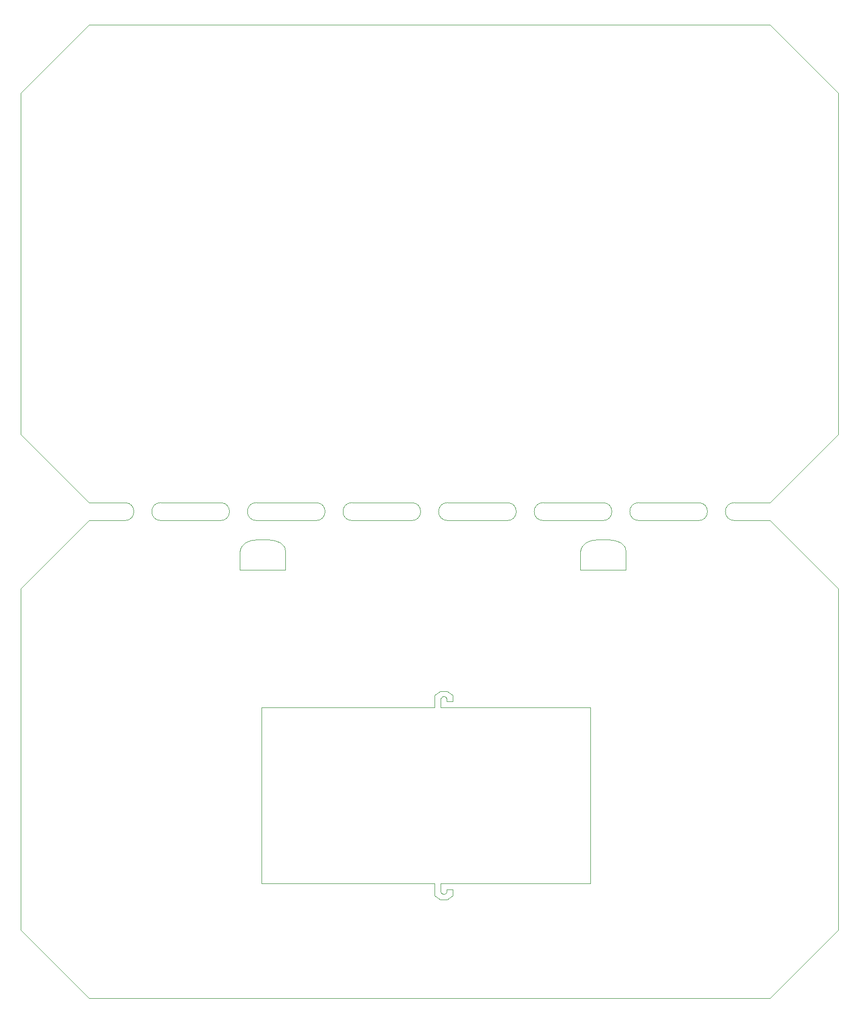
<source format=gm1>
G04 #@! TF.GenerationSoftware,KiCad,Pcbnew,(6.0.11)*
G04 #@! TF.CreationDate,2023-06-26T12:51:04-05:00*
G04 #@! TF.ProjectId,future_badge,66757475-7265-45f6-9261-6467652e6b69,2*
G04 #@! TF.SameCoordinates,Original*
G04 #@! TF.FileFunction,Profile,NP*
%FSLAX46Y46*%
G04 Gerber Fmt 4.6, Leading zero omitted, Abs format (unit mm)*
G04 Created by KiCad (PCBNEW (6.0.11)) date 2023-06-26 12:51:04*
%MOMM*%
%LPD*%
G01*
G04 APERTURE LIST*
G04 #@! TA.AperFunction,Profile*
%ADD10C,0.050000*%
G04 #@! TD*
G04 #@! TA.AperFunction,Profile*
%ADD11C,0.100000*%
G04 #@! TD*
G04 APERTURE END LIST*
D10*
X118841000Y-104021600D02*
X119476000Y-104148600D01*
D11*
X89900000Y-164200000D02*
X91100000Y-164200000D01*
X89900000Y-164200000D02*
X89000000Y-163500000D01*
D10*
X114904000Y-104148600D02*
X115412000Y-104021600D01*
X57269000Y-104402600D02*
X57904000Y-104148600D01*
D11*
X92000000Y-130000000D02*
X92000000Y-131000000D01*
D10*
X120619000Y-104910600D02*
X120873000Y-105291600D01*
D11*
X89000000Y-132000000D02*
X89000000Y-130000000D01*
D10*
X121000000Y-109000000D02*
X113380000Y-109000000D01*
X63873000Y-105291600D02*
X64000000Y-105926600D01*
D11*
X90800000Y-130300000D02*
X90600000Y-130200000D01*
D10*
X56507000Y-105291600D02*
X56761000Y-104910600D01*
D11*
X92000000Y-131000000D02*
X91000000Y-131000000D01*
D10*
X63111000Y-104402600D02*
X63619000Y-104910600D01*
X56380000Y-105926600D02*
X56507000Y-105291600D01*
D11*
X89000000Y-161500000D02*
X60000000Y-161500000D01*
X90000000Y-132000000D02*
X115000000Y-132000000D01*
D10*
X113380000Y-109000000D02*
X113380000Y-105926600D01*
X117190000Y-103894600D02*
X117952000Y-103894600D01*
D11*
X90000000Y-162900000D02*
X90100000Y-163100000D01*
D10*
X113507000Y-105291600D02*
X113761000Y-104910600D01*
X120111000Y-104402600D02*
X120619000Y-104910600D01*
X64000000Y-109000000D02*
X64000000Y-105926600D01*
X57904000Y-104148600D02*
X58412000Y-104021600D01*
X56380000Y-109000000D02*
X56380000Y-105926600D01*
X58412000Y-104021600D02*
X59428000Y-103894600D01*
D11*
X90900000Y-130400000D02*
X90800000Y-130300000D01*
X90600000Y-163300000D02*
X90800000Y-163200000D01*
D10*
X117190000Y-103894600D02*
X116428000Y-103894600D01*
X56761000Y-104910600D02*
X57269000Y-104402600D01*
D11*
X89000000Y-130000000D02*
X89900000Y-129300000D01*
D10*
X60952000Y-103894600D02*
X61841000Y-104021600D01*
D11*
X90200000Y-163200000D02*
X90400000Y-163300000D01*
D10*
X60190000Y-103894600D02*
X60952000Y-103894600D01*
D11*
X91000000Y-130600000D02*
X90900000Y-130400000D01*
D10*
X64000000Y-109000000D02*
X56380000Y-109000000D01*
D11*
X92000000Y-163500000D02*
X91100000Y-164200000D01*
X90000000Y-130600000D02*
X90000000Y-132000000D01*
X91000000Y-162500000D02*
X92000000Y-162500000D01*
D10*
X121000000Y-109000000D02*
X121000000Y-105926600D01*
X115412000Y-104021600D02*
X116428000Y-103894600D01*
D11*
X90400000Y-163300000D02*
X90600000Y-163300000D01*
X115000000Y-161500000D02*
X115000000Y-132000000D01*
D10*
X113380000Y-105926600D02*
X113507000Y-105291600D01*
X60190000Y-103894600D02*
X59428000Y-103894600D01*
D11*
X91100000Y-129300000D02*
X89900000Y-129300000D01*
X90000000Y-161500000D02*
X90000000Y-162900000D01*
X92000000Y-162500000D02*
X92000000Y-163500000D01*
X91100000Y-129300000D02*
X92000000Y-130000000D01*
X90100000Y-163100000D02*
X90200000Y-163200000D01*
D10*
X120873000Y-105291600D02*
X121000000Y-105926600D01*
X113761000Y-104910600D02*
X114269000Y-104402600D01*
D11*
X89000000Y-163500000D02*
X89000000Y-161500000D01*
D10*
X114269000Y-104402600D02*
X114904000Y-104148600D01*
D11*
X90400000Y-130200000D02*
X90200000Y-130300000D01*
X90200000Y-130300000D02*
X90100000Y-130400000D01*
X90000000Y-161500000D02*
X115000000Y-161500000D01*
X60000000Y-161500000D02*
X60000000Y-132000000D01*
X90600000Y-130200000D02*
X90400000Y-130200000D01*
D10*
X117952000Y-103894600D02*
X118841000Y-104021600D01*
D11*
X90800000Y-163200000D02*
X90900000Y-163100000D01*
X91000000Y-162900000D02*
X91000000Y-162500000D01*
X90100000Y-130400000D02*
X90000000Y-130600000D01*
D10*
X119476000Y-104148600D02*
X120111000Y-104402600D01*
D11*
X60000000Y-132000000D02*
X89000000Y-132000000D01*
X90900000Y-163100000D02*
X91000000Y-162900000D01*
D10*
X63619000Y-104910600D02*
X63873000Y-105291600D01*
X62476000Y-104148600D02*
X63111000Y-104402600D01*
D11*
X91000000Y-131000000D02*
X91000000Y-130600000D01*
D10*
X61841000Y-104021600D02*
X62476000Y-104148600D01*
D11*
X107138000Y-97746000D02*
X117138000Y-97746000D01*
X31138000Y-97746000D02*
X37138000Y-97746000D01*
X156566572Y-86317428D02*
X156566572Y-29174571D01*
X145138000Y-180746000D02*
X156566572Y-169317428D01*
X107138000Y-100746000D02*
X117138000Y-100746000D01*
X31138000Y-100746000D02*
X37138000Y-100746000D01*
X156566572Y-112174571D02*
X145138000Y-100746000D01*
X59138000Y-97746000D02*
X69138000Y-97746000D01*
X75138000Y-97746000D02*
X85138000Y-97746000D01*
X19709429Y-86317428D02*
X31138000Y-97746000D01*
X156566572Y-169317428D02*
X156566572Y-112174571D01*
X139138000Y-97746000D02*
X145138000Y-97746000D01*
X123138000Y-97746000D02*
X133138000Y-97746000D01*
X75138000Y-100746000D02*
X85138000Y-100746000D01*
X43138000Y-97746000D02*
X53138000Y-97746000D01*
X145138000Y-97746000D02*
X156566572Y-86317428D01*
X59138000Y-100746000D02*
X69138000Y-100746000D01*
X91138000Y-97746000D02*
X101138000Y-97746000D01*
X19709429Y-169317428D02*
X31138000Y-180746000D01*
X145138000Y-100746000D02*
X139138000Y-100746000D01*
X31138000Y-180746000D02*
X145138000Y-180746000D01*
X145138000Y-17746000D02*
X31138000Y-17746000D01*
X19709429Y-29174571D02*
X19709429Y-86317428D01*
X156566572Y-29174571D02*
X145138000Y-17746000D01*
X91138000Y-100746000D02*
X101138000Y-100746000D01*
X31138000Y-17746000D02*
X19709429Y-29174571D01*
X31138000Y-100746000D02*
X19709429Y-112174571D01*
X123138000Y-100746000D02*
X133138000Y-100746000D01*
X19709429Y-112174571D02*
X19709429Y-169317428D01*
X43138000Y-100746000D02*
X53138000Y-100746000D01*
X133138000Y-100746000D02*
G75*
G03*
X133138000Y-97746000I0J1500000D01*
G01*
X107138000Y-97746000D02*
G75*
G03*
X107138000Y-100746000I0J-1500000D01*
G01*
X123138000Y-97746000D02*
G75*
G03*
X123138000Y-100746000I0J-1500000D01*
G01*
X91138000Y-97746000D02*
G75*
G03*
X91138000Y-100746000I0J-1500000D01*
G01*
X75138000Y-97746000D02*
G75*
G03*
X75138000Y-100746000I0J-1500000D01*
G01*
X59138000Y-97746000D02*
G75*
G03*
X59138000Y-100746000I0J-1500000D01*
G01*
X53138000Y-100746000D02*
G75*
G03*
X53138000Y-97746000I0J1500000D01*
G01*
X85138000Y-100746000D02*
G75*
G03*
X85138000Y-97746000I0J1500000D01*
G01*
X43138000Y-97746000D02*
G75*
G03*
X43138000Y-100746000I0J-1500000D01*
G01*
X139138000Y-97746000D02*
G75*
G03*
X139138000Y-100746000I0J-1500000D01*
G01*
X69138000Y-100746000D02*
G75*
G03*
X69138000Y-97746000I0J1500000D01*
G01*
X117138000Y-100746000D02*
G75*
G03*
X117138000Y-97746000I0J1500000D01*
G01*
X37138000Y-100746000D02*
G75*
G03*
X37138000Y-97746000I0J1500000D01*
G01*
X101138000Y-100746000D02*
G75*
G03*
X101138000Y-97746000I0J1500000D01*
G01*
M02*

</source>
